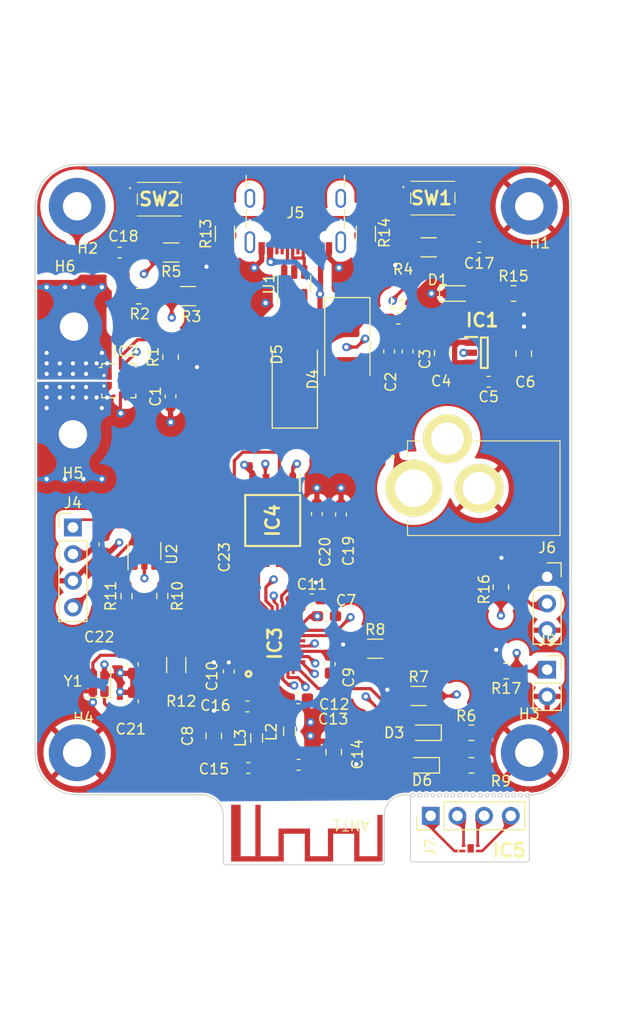
<source format=kicad_pcb>
(kicad_pcb (version 20221018) (generator pcbnew)
  (layers (0 "F.Cu" signal) (1 "In1.Cu" power) (2 "In2.Cu" power) (31 "B.Cu" signal) (34 "B.Paste" user) (35 "F.Paste" user) (36 "B.SilkS" user "B.Silkscreen") (37 "F.SilkS" user "F.Silkscreen") (38 "B.Mask" user) (39 "F.Mask" user) (44 "Edge.Cuts" user))
  (net 0 "")
  (net 1 "+3.3V")
  (net 2 "Net-(IC1-EN)")
  (net 3 "Net-(ANT1-Pad1)")
  (net 4 "Net-(IC1-ADJ{slash}BYP)")
  (net 5 "Net-(IC3-LNA_IN)")
  (net 6 "Net-(IC3-VDD_SPI)")
  (net 7 "Reg Neg")
  (net 8 "3V3 RF")
  (net 9 "CurMeas")
  (net 10 "Reg Pos")
  (net 11 "Net-(IC3-XTAL_N)")
  (net 12 "VBUS")
  (net 13 "CHIPEN")
  (net 14 "VoltMeas")
  (net 15 "5vUSB")
  (net 16 "Net-(D4-A)")
  (net 17 "Net-(D3-K)")
  (net 18 "LED A")
  (net 19 "Net-(D6-K)")
  (net 20 "LED B")
  (net 21 "Net-(IC2-~{FAULT})")
  (net 24 "USBD-")
  (net 25 "USBD+")
  (net 28 "Net-(IC3-XTAL_P)")
  (net 29 "Net-(IC3-U0TXD)")
  (net 30 "Net-(IC3-U0RXD)")
  (net 31 "Net-(IC3-SPIQ)")
  (net 32 "Net-(IC3-SPID)")
  (net 33 "Net-(IC3-SPICLK)")
  (net 34 "Net-(IC3-SPICS0)")
  (net 35 "Net-(IC3-SPIWP)")
  (net 36 "Net-(IC3-SPIHD)")
  (net 37 "Net-(IC3-GPIO8)")
  (net 39 "UnregNeg(furthest from bat term)")
  (net 40 "Net-(D1-A)")
  (net 41 "Net-(IC3-MTDI)")
  (net 42 "Net-(IC3-GPIO2)")
  (net 45 "Net-(J5-CC1)")
  (net 46 "Net-(J5-CC2)")
  (net 47 "Net-(J5-D--PadA7)")
  (net 48 "UnregPos")
  (net 49 "UARTRX")
  (net 50 "UARTTX")
  (net 51 "Net-(J5-D+-PadA6)")
  (net 52 "Net-(J4-Pin_1)")
  (net 53 "Net-(J4-Pin_4)")
  (net 54 "Net-(C21-Pad1)")
  (net 58 "Net-(IC3-MTMS)")
  (net 60 "Net-(IC5-OUTPUT_1_(NORTH_-POLE)")
  (net 61 "Net-(IC5-OUTPUT_2_(SOUTH-_POLE))")
  (net 62 "Net-(IC5-GND)")
  (net 63 "Net-(IC5-VDD)")
  (footprint "Connector_PinSocket_2.54mm:PinSocket_1x03_P2.54mm_Vertical" (layer "F.Cu") (at 157.1 96.06)
    (fp_text reference "J6")
    (fp_text value "Screw_Terminal_01x03")
  )
  (footprint "MountingHole:MountingHole_2.7mm_M2.5_Pad" (layer "F.Cu") (at 155.4 60.8)
    (fp_text reference "H1")
    (fp_text value "MountingHole_Pad")
  )
  (footprint "Capacitor_SMD:C_0603_1608Metric_Pad1.08x0.95mm_HandSolder" (layer "F.Cu") (at 142.075 74.6125 -90)
    (fp_text reference "C2")
    (fp_text value "100n")
  )
  (footprint "Resistor_SMD:R_1206_3216Metric_Pad1.30x1.75mm_HandSolder" (layer "F.Cu") (at 121.35 65.2 180)
    (fp_text reference "R5")
    (fp_text value "5k1")
  )
  (footprint "Connector_USB:USB_C_Receptacle_GCT_USB4105-xx-A_16P_TopMnt_Horizontal" (layer "F.Cu") (at 133.15 61.12 180)
    (fp_text reference "J5")
    (fp_text value "USB_C_Receptacle_USB2.0")
  )
  (footprint "Capacitor_SMD:C_0603_1608Metric_Pad1.08x0.95mm_HandSolder" (layer "F.Cu") (at 128.5875 108.4 180)
    (fp_text reference "C16")
    (fp_text value "3p3")
  )
  (footprint "Capacitor_SMD:C_0603_1608Metric_Pad1.08x0.95mm_HandSolder" (layer "F.Cu") (at 117.7 104.3875 -90)
    (fp_text reference "C22")
    (fp_text value "10p")
  )
  (footprint "Package_TO_SOT_SMD:SOT-23-6" (layer "F.Cu") (at 133.05 68.1875 90)
    (fp_text reference "U1")
    (fp_text value "USBLC6-2SC6")
  )
  (footprint "Capacitor_SMD:C_0603_1608Metric_Pad1.08x0.95mm_HandSolder" (layer "F.Cu") (at 135.2 90.0625 90)
    (fp_text reference "C20")
    (fp_text value "10u")
  )
  (footprint "ESP32-C3FN4:QFN50P500X500X90-33N-D" (layer "F.Cu") (at 131.2 102.4 90)
    (fp_text reference "IC3")
    (fp_text value "ESP32-C3FH4" hide)
  )
  (footprint "MountingHole:MountingHole_2.7mm_M2.5_Pad" (layer "F.Cu") (at 155.4 112.8)
    (fp_text reference "H3")
    (fp_text value "MountingHole_Pad")
  )
  (footprint "Diode_SMD:D_SMB_Handsoldering" (layer "F.Cu") (at 138.1 74.2 -90)
    (fp_text reference "D4")
    (fp_text value "D")
  )
  (footprint "KLDX-0202-A:KLDX0202A" (layer "F.Cu") (at 144.422 87.63 180)
    (fp_text reference "J2" hide)
    (fp_text value "DC Connecter" hide)
  )
  (footprint "Connector_PinHeader_2.54mm:PinHeader_1x04_P2.54mm_Vertical" (layer "F.Cu") (at 146.025 118.8 90)
    (fp_text reference "J7")
    (fp_text value "Conn_01x04_Pin")
  )
  (footprint "AH1390-HK4-7:AH1390HK47" (layer "F.Cu") (at 149.825 121.9 90)
    (fp_text reference "IC5")
    (fp_text value "AH1390-HK4-7" hide)
  )
  (footprint "Capacitor_SMD:C_0805_2012Metric_Pad1.18x1.45mm_HandSolder" (layer "F.Cu") (at 147.125 74.775 -90)
    (fp_text reference "C4")
    (fp_text value "10u")
  )
  (footprint "Resistor_SMD:R_0805_2012Metric_Pad1.20x1.40mm_HandSolder" (layer "F.Cu") (at 152.7 97.05 -90)
    (fp_text reference "R16")
    (fp_text value "1k")
  )
  (footprint "Capacitor_SMD:C_0603_1608Metric_Pad1.08x0.95mm_HandSolder" (layer "F.Cu") (at 136.113733 99.806233)
    (fp_text reference "C7")
    (fp_text value "100nF")
  )
  (footprint "Capacitor_SMD:C_0603_1608Metric_Pad1.08x0.95mm_HandSolder" (layer "F.Cu") (at 151.5375 77.5 180)
    (fp_text reference "C5")
    (fp_text value "100n")
  )
  (footprint "Resistor_SMD:R_1206_3216Metric_Pad1.30x1.75mm_HandSolder" (layer "F.Cu") (at 122.95 69.35)
    (fp_text reference "R3")
    (fp_text value "5.1k")
  )
  (footprint "Resistor_SMD:R_1206_3216Metric_Pad1.30x1.75mm_HandSolder" (layer "F.Cu") (at 140.75 102.9)
    (fp_text reference "R8")
    (fp_text value "5k1")
  )
  (footprint "Inductor_SMD:L_0603_1608Metric_Pad1.05x0.95mm_HandSolder" (layer "F.Cu") (at 142.95 71.5)
    (fp_text reference "L1")
    (fp_text value "2n2")
  )
  (footprint "Resistor_SMD:R_0805_2012Metric_Pad1.20x1.40mm_HandSolder" (layer "F.Cu") (at 121.285 75.15 90)
    (fp_text reference "R1")
    (fp_text value "1kR")
  )
  (footprint "Resistor_SMD:R_1206_3216Metric_Pad1.30x1.75mm_HandSolder" (layer "F.Cu") (at 139.86 63.425 -90)
    (fp_text reference "R14")
    (fp_text value "5k1")
  )
  (footprint "Capacitor_SMD:C_0603_1608Metric_Pad1.08x0.95mm_HandSolder" (layer "F.Cu") (at 133.4375 107.625)
    (fp_text reference "C12")
    (fp_text value "100n")
  )
  (footprint "Capacitor_SMD:C_0603_1608Metric_Pad1.08x0.95mm_HandSolder" (layer "F.Cu") (at 128.675616 114.25 180)
    (fp_text reference "C15")
    (fp_text value "3p3")
  )
  (footprint "LED_SMD:LED_0603_1608Metric_Pad1.05x0.95mm_HandSolder" (layer "F.Cu") (at 145.2 114 180)
    (fp_text reference "D6")
    (fp_text value "LED B")
  )
  (footprint "Resistor_SMD:R_0805_2012Metric_Pad1.20x1.40mm_HandSolder" (layer "F.Cu") (at 149.9 114 180)
    (fp_text reference "R9")
    (fp_text value "1k")
  )
  (footprint "Resistor_SMD:R_0603_1608Metric_Pad0.98x0.95mm_HandSolder" (layer "F.Cu") (at 117.1 97.9025 -90)
    (fp_text reference "R11")
    (fp_text value "470R")
  )
  (footprint "SKRPANE010:SKRPADE010" (layer "F.Cu") (at 146.1 60.025)
    (fp_text reference "SW1")
    (fp_text value "SW_DPST_x2" hide)
  )
  (footprint "MountingHole:MountingHole_2.7mm_M2.5_Pad" (layer "F.Cu") (at 112 82.5 180)
    (fp_text reference "H5")
    (fp_text value "MountingHole_Pad")
  )
  (footprint "Resistor_SMD:R_1206_3216Metric_Pad1.30x1.75mm_HandSolder" (layer "F.Cu") (at 144.881 107.4)
    (fp_text reference "R7")
    (fp_text value "5k1")
  )
  (footprint "Capacitor_SMD:C_0603_1608Metric_Pad1.08x0.95mm_HandSolder" (layer "F.Cu") (at 134.726233 98.206233)
    (fp_text reference "C11")
    (fp_text value "100n")
  )
  (footprint "LED_SMD:LED_0603_1608Metric_Pad1.05x0.95mm_HandSolder" (layer "F.Cu") (at 148.525 69.1)
    (fp_text reference "D1")
    (fp_text value "LED A")
  )
  (footprint "Resistor_SMD:R_0805_2012Metric_Pad1.20x1.40mm_HandSolder" (layer "F.Cu") (at 153.9 69.1)
    (fp_text reference "R15")
    (fp_text value "1k")
  )
  (footprint "SKRPANE010:SKRPADE010" (layer "F.Cu") (at 120.1 60.125)
    (fp_text reference "SW2")
    (fp_text value "SW_DPST_x2" hide)
  )
  (footprint "Resistor_SMD:R_1206_3216Metric_Pad1.30x1.75mm_HandSolder" (layer "F.Cu") (at 126.46 63.425 90)
    (fp_text reference "R13")
    (fp_text value "5k1")
  )
  (footprint "Resistor_SMD:R_0805_2012Metric_Pad1.20x1.40mm_HandSolder" (layer "F.Cu") (at 118.25 69.35)
    (fp_text reference "R2")
    (fp_text value "100k")
  )
  (footprint "Capacitor_SMD:C_0603_1608Metric_Pad1.08x0.95mm_HandSolder" (layer "F.Cu") (at 143.825 74.6125 -90)
    (fp_text reference "C3")
    (fp_text value "100n")
  )
  (footprint "MountingHole:MountingHole_2.7mm_M2.5_Pad" (layer "F.Cu") (at 112.4 112.8)
    (fp_text reference "H4")
    (fp_text value "MountingHole_Pad")
  )
  (footprint "Capacitor_SMD:C_0603_1608Metric_Pad1.08x0.95mm_HandSolder" (layer "F.Cu") (at 121.285 78.9 90)
    (fp_text reference "C1")
    (fp_text value "0.1 uF")
  )
  (footprint "Resistor_SMD:R_1206_3216Metric_Pad1.30x1.75mm_HandSolder" (layer "F.Cu") (at 145.83125 64.70625)
    (fp_text reference "R4")
    (fp_text value "5k1")
  )
  (footprint "SPX3819M5-L-3-3:SOT95P280X145-5N" (layer "F.Cu") (at 151.125 74.7375)
    (fp_text reference "IC1")
    (fp_text value "SPX3819M5-L-3-3" hide)
  )
  (footprint "Library:antenna" (layer "F.Cu") (at 135.55 115.4 180)
    (fp_text reference "ANT1")
    (fp_text value "~")
  )
  (footprint "Sensor_Current:Allegro_QFN-12-10-1EP_3x3mm_P0.5mm" (layer "F.Cu") (at 116.285 77.4)
    (fp_text reference "IC2")
    (fp_text value "ACS711EEXTK-31AB-T")
  )
  (footprint "Capacitor_SMD:C_0603_1608Metric_Pad1.08x0.95mm_HandSolder" (layer "F.Cu") (at 115 92.9625 -90)
    (fp_text reference "C23")
    (fp_text value "100n	")
  )
  (footprint "W25Q128JVSIQ:SOIC127P790X216-8N" (layer "F.Cu") (at 131 90.7 -90)
    (fp_text reference "IC4")
    (fp_text value "W25Q128JVSIQ" hide)
  )
  (footprint "Diode_SMD:D_SMB_Handsoldering" (layer "F.Cu") (at 133.1 77.2 90)
    (fp_text reference "D5")
    (fp_text value "D")
  )
  (footprint "Capacitor_SMD:C_0805_2012Metric_Pad1.18x1.45mm_HandSolder" (layer "F.Cu") (at 136.8 112.7375 90)
    (fp_text reference "C14")
    (fp_text value "10u")
  )
  (footprint "Resistor_SMD:R_1206_3216Metric_Pad1.30x1.75mm_HandSolder" (layer "F.Cu") (at 121.826233 104.456233 90)
    (fp_text reference "R12")
    (fp_text value "22R")
  )
  (footprint "Resistor_SMD:R_0603_1608Metric_Pad0.98x0.95mm_HandSolder" (layer "F.Cu") (at 120.5 97.89 -90)
    (fp_text reference "R10")
    (fp_text value "470R")
  )
  (footprint "Capacitor_SMD:C_0805_2012Metric_Pad1.18x1.45mm_HandSolder" (layer "F.Cu") (at 125.4 111.2 -90)
    (fp_text reference "C8")
    (fp_text value "10u")
  )
  (footprint "Crystal:Crystal_SMD_2016-4Pin_2.0x1.6mm" (layer "F.Cu") (at 114.45 106.2 90)
    (fp_text reference "Y1")
    (fp_text value "40MHZ")
  )
  (footprint "Inductor_SMD:L_0805_2012Metric_Pad1.05x1.20mm_HandSolder" (layer "F.Cu") (at 129.475616 111.4 90)
    (fp_text reference "L3")
    (fp_text value "2n2")
  )
  (footprint "Inductor_SMD:L_0805_2012Metric_Pad1.05x1.20mm_HandSolder" (layer "F.Cu") (at 132.600616 110.775 -90)
    (fp_text reference "L2")
    (fp_text value "2n2")
  )
  (footprint "Capacitor_SMD:C_0603_1608Metric_Pad1.08x0.95mm_HandSolder" (layer "F.Cu") (at 126.826233 105.068733 -90)
    (fp_text reference "C10")
    (fp_text value "100n")
  )
  (footprint "Capacitor_SMD:C_0603_1608Metric_Pad1.08x0.95mm_HandSolder" (layer "F.Cu") (at 133.4625 113.95)
    (fp_text reference "C13")
    (fp_text value "100n")
  )
  (footprint "Capacitor_SMD:C_0603_1608Metric_Pad1.08x0.95mm_HandSolder" (layer "F.Cu") (at 137.5 90.1375 90)
    (fp_text reference "C19")
    (fp_text value "100n")
  )
  (footprint "Resistor_SMD:R_0805_2012Metric_Pad1.20x1.40mm_HandSolder" (layer "F.Cu") (at 149.9 110.9 180)
    (fp_text reference "R6")
    (fp_text value "1k")
  )
  (footprint "Capacitor_SMD:C_0603_1608Metric_Pad1.08x0.95mm_HandSolder" (layer "F.Cu") (at 150.63125 64.70625)
    (fp_text reference "C17")
    (fp_text value "100n	")
  )
  (footprint "Capacitor_SMD:C_0603_1608Metric_Pad1.08x0.95mm_HandSolder" (layer "F.Cu") (at 116.4375 65.2 180)
    (fp_text reference "C18")
    (fp_text value "100n	")
  )
  (footprint "LED_SMD:LED_0603_1608Metric_Pad1.05x0.95mm_HandSolder" (layer "F.Cu") (at 145.375 110.9 180)
    (fp_text reference "D3")
    (fp_text value "LED A")
  )
  (footprint "Connector_PinHeader_2.54mm:PinHeader_1x04_P2.54mm_Vertical" (layer "F.Cu") (at 112 91.36)
    (fp_text reference "J4")
    (fp_text value "Conn_01x04_Pin")
  )
  (footprint "Resistor_SMD:R_0805_2012Metric_Pad1.20x1.40mm_HandSolder" (layer "F.Cu") (at 153.2 105.029 180)
    (fp_text reference "R17")
    (fp_text value "1k")
  )
  (footprint "MountingHole:MountingHole_2.7mm_M2.5_Pad" (layer "F.Cu") (at 112.1 72.25 180)
    (fp_text reference "H6")
    (fp_text value "MountingHole_Pad")
  )
  (footprint "Package_TO_SOT_SMD:SOT-23-6" (layer "F.Cu") (at 118.8 93.59 90)
    (fp_text reference "U2")
    (fp_text value "USBLC6-2SC6")
  )
  (footprint "MountingHole:MountingHole_2.7mm_M2.5_Pad" (layer "F.Cu") (at 112.4 60.8)
    (fp_text reference "H2")
    (fp_text value "MountingHole_Pad")
  )
  (footprint "Capacitor_SMD:C_0603_1608Metric_Pad1.08x0.95mm_HandSolder" (layer "F.Cu") (at 136.426233 104.368733 -90)
    (fp_text reference "C9")
    (fp_text value "100n")
  )
  (footprint "Capacitor_SMD:C_0603_1608Metric_Pad1.08x0.95mm_HandSolder" (layer "F.Cu") (at 117.7 107.9125 90)
    (fp_text reference "C21")
    (fp_text value "10p")
  )
  (footprint "Capacitor_SMD:C_0805_2012Metric_Pad1.18x1.45mm_HandSolder" (layer "F.Cu") (at 154.875 74.825 -90)
    (fp_text reference "C6")
    (fp_text value "10u")
  )
  (footprint "Connector_PinSocket_2.54mm:PinSocket_1x02_P2.54mm_Vertical" (layer "F.Cu") (at 157.1 104.9)
    (fp_text reference "J9")
    (fp_text value "Battery Neg(Series)")
  )
  (gr_line (start 108.4 112.8) (end 108.4 60.8) (stroke (width 0.1)) (layer "Edge.Cuts"))
  (gr_line (start 155.4 56.8) (end 112.4 56.8) (stroke (width 0.1)) (layer "Edge.Cuts"))
  (gr_line (start 127.4 123.45) (end 126.5 123.45) (stroke (width 0.1)) (layer "Edge.Cuts"))
  (gr_circle (center 144.97 116.84) (end 144.78 116.84) (stroke (width 0.1)) (fill none) (layer "Edge.Cuts"))
  (gr_circle (center 149.415 116.84) (end 149.225 116.84) (stroke (width 0.1)) (fill none) (layer "Edge.Cuts"))
  (gr_line (start 141.4 123.45) (end 127.4 123.45) (stroke (width 0.1)) (layer "Edge.Cuts"))
  (gr_line (start 144.3 123.2) (end 155.2 123.2) (stroke (width 0.1)) (layer "Edge.Cuts"))
  (gr_circle (center 150.05 116.84) (end 149.86 116.84) (stroke (width 0.1)) (fill none) (layer "Edge.Cuts"))
  (gr_circle (center 154.559 116.84) (end 154.369 116.84) (stroke (width 0.1)) (fill none) (layer "Edge.Cuts"))
  (gr_arc (start 126.5 123.45) (mid 126.358579 123.391421) (end 126.3 123.25) (stroke (width 0.1)) (layer "Edge.Cuts"))
  (gr_line (start 112.4 116.8) (end 124.3 116.8) (stroke (width 0.1)) (layer "Edge.Cuts"))
  (gr_circle (center 153.924 116.84) (end 153.734 116.84) (stroke (width 0.1)) (fill none) (layer "Edge.Cuts"))
  (gr_circle (center 150.749 116.84) (end 150.559 116.84) (stroke (width 0.1)) (fill none) (layer "Edge.Cuts"))
  (gr_circle (center 144.335 116.84) (end 144.145 116.84) (stroke (width 0.1)) (fill none) (layer "Edge.Cuts"))
  (gr_arc (start 124.3 116.8) (mid 125.714214 117.385786) (end 126.3 118.8) (stroke (width 0.1)) (layer "Edge.Cuts"))
  (gr_arc (start 159.4 112.8) (mid 158.228427 115.628427) (end 155.4 116.8) (stroke (width 0.1)) (layer "Edge.Cuts"))
  (gr_line (start 144.1 116.8) (end 144.1 123) (stroke (width 0.1)) (layer "Edge.Cuts"))
  (gr_arc (start 141.6 118.8) (mid 142.185786 117.385786) (end 143.6 116.8) (stroke (width 0.1)) (layer "Edge.Cuts"))
  (gr_circle (center 146.875 116.84) (end 146.685 116.84) (stroke (width 0.1)) (fill none) (layer "Edge.Cuts"))
  (gr_circle (center 146.24 116.84) (end 146.05 116.84) (stroke (width 0.1)) (fill none) (layer "Edge.Cuts"))
  (gr_arc (start 155.4 56.8) (mid 158.228427 57.971573) (end 159.4 60.8) (stroke (width 0.1)) (layer "Edge.Cuts"))
  (gr_arc (start 108.4 60.8) (mid 109.571573 57.971573) (end 112.4 56.8) (stroke (width 0.1)) (layer "Edge.Cuts"))
  (gr_line (start 159.4 112.8) (end 159.4 60.8) (stroke (width 0.1)) (layer "Edge.Cuts"))
  (gr_arc (start 141.6 123.25) (mid 141.541421 123.391421) (end 141.4 123.45) (stroke (width 0.1)) (layer "Edge.Cuts"))
  (gr_line (start 155.4 116.8) (end 155.4 123) (stroke (width 0.1)) (layer "Edge.Cuts"))
  (gr_arc (start 155.4 123) (mid 155.341421 123.141421) (end 155.2 123.2) (stroke (width 0.1)) (layer "Edge.Cuts"))
  (gr_circle (center 148.145 116.84) (end 147.955 116.84) (stroke (width 0.1)) (fill none) (layer "Edge.Cuts"))
  (gr_arc (start 144.3 123.2) (mid 144.158579 123.141421) (end 144.1 123) (stroke (width 0.1)) (layer "Edge.Cuts"))
  (gr_circle (center 148.78 116.84) (end 148.59 116.84) (stroke (width 0.1)) (fill none) (layer "Edge.Cuts"))
  (gr_circle (center 155.194 116.84) (end 155.004 116.84) (stroke (width 0.1)) (fill none) (layer "Edge.Cuts"))
  (gr_circle (center 145.605 116.84) (end 145.415 116.84) (stroke (width 0.1)) (fill none) (layer "Edge.Cuts"))
  (gr_line (start 141.6 118.8) (end 141.6 123.25) (stroke (width 0.1)) (layer "Edge.Cuts"))
  (gr_line (start 144.1 116.8) (end 143.6 116.8) (stroke (width 0.1)) (layer "Edge.Cuts"))
  (gr_line (start 126.3 123.25) (end 126.3 122.35) (stroke (width 0.1)) (layer "Edge.Cuts"))
  (gr_circle (center 152.654 116.84) (end 152.464 116.84) (stroke (width 0.1)) (fill none) (layer "Edge.Cuts"))
  (gr_circle (center 151.384 116.84) (end 151.194 116.84) (stroke (width 0.1)) (fill none) (layer "Edge.Cuts"))
  (gr_circle (center 153.289 116.84) (end 153.099 116.84) (stroke (width 0.1)) (fill none) (layer "Edge.Cuts"))
  (gr_circle (center 147.51 116.84) (end 147.32 116.84) (stroke (width 0.1)) (fill none) (layer "Edge.Cuts"))
  (gr_arc (start 112.4 116.8) (mid 109.571573 115.628427) (end 108.4 112.8) (stroke (width 0.1)) (layer "Edge.Cuts"))
  (gr_circle (center 152.019 116.84) (end 151.829 116.84) (stroke (width 0.1)) (fill none) (layer "Edge.Cuts"))
  (gr_line (start 126.3 118.8) (end 126.3 122.35) (stroke (width 0.1)) (layer "Edge.Cuts"))
  (segment (start 125.4 110.1625) (end 125.4 108.8) (width 0.5) (layer "F.Cu") (net 1))
  (segment (start 128.7 103.65) (end 128.182466 103.65) (width 0.3) (layer "F.Cu") (net 1))
  (segment (start 133.863733 97.836267) (end 135.1 96.6) (width 0.5) (layer "F.Cu") (net 1))
  (segment (start 152.71 96.06) (end 152.7 96.05) (width 0.5) (layer "F.Cu") (net 1))
  (segment (start 139.039116 102.9) (end 138.432883 103.506233) (width 0.3) (layer "F.Cu") (net 1))
  (segment (start 144.28125 64.76875) (end 142.65 66.4) (width 0.5) (layer "F.Cu") (net 1))
  (segment (start 132.600616 113.724384) (end 132.6 113.725) (width 0.5) (layer "F.Cu") (net 1))
  (segment (start 138.1 102.9) (end 137.7 102.5) (width 0.3) (layer "F.Cu") (net 1))
  (segment (start 123.35 65.2) (end 124.7 66.55) (width 0.5) (layer "F.Cu") (net 1))
  (segment (start 120.635 73.5) (end 121.285 74.15) (width 0.3) (layer "F.Cu") (net 1))
  (segment (start 123.2225 76.1) (end 121.285 78.0375) (width 0.5) (layer "F.Cu") (net 1))
  (segment (start 142.5 107.4) (end 141.9 106.8) (width 0.5) (layer "F.Cu") (net 1))
  (segment (start 123.8 76.1) (end 123.235 76.1) (width 0.5) (layer "F.Cu") (net 1))
  (segment (start 125.4 104.2) (end 126.82 104.2) (width 0.5) (layer "F.Cu") (net 1))
  (segment (start 133.863733 99.086267) (end 133.05 99.9) (width 0.5) (layer "F.Cu") (net 1))
  (segment (start 152.7 96.05) (end 152.7 94.3) (width 0.5) (layer "F.Cu") (net 1))
  (segment (start 152.2 105.029) (end 152.2 103.0505) (width 0.5) (layer "F.Cu") (net 1))
  (segment (start 126.82 104.2) (end 126.826233 104.206233) (width 0.5) (layer "F.Cu") (net 1))
  (segment (start 136.07 103.15) (end 133.7 103.15) (width 0.3) (layer "F.Cu") (net 1))
  (segment (start 116.515 75.95) (end 116.515 75.124339) (width 0.3) (layer "F.Cu") (net 1))
  (segment (start 154.7875 73.7875) (end 154.875 73.7) (width 0.5) (layer "F.Cu") (net 1))
  (segment (start 139.2 102.9) (end 138.1 102.9) (width 0.3) (layer "F.Cu") (net 1))
  (segment (start 127.926233 103.906233) (end 127.126233 103.906233) (width 0.3) (layer "F.Cu") (net 1))
  (segment (start 144.28125 64.70625) (end 144.28125 64.76875) (width 0.5) (layer "F.Cu") (net 1))
  (segment (start 132.6 113.95) (end 132.6 114.7) (width 0.5) (layer "F.Cu") (net 1))
  (segment (start 132.600616 111.925) (end 132.600616 113.724384) (width 0.5) (layer "F.Cu") (net 1))
  (segment (start 132.9 115) (end 135.575 115) (width 0.5) (layer "F.Cu") (net 1))
  (segment (start 127.126233 103.906233) (end 126.826233 104.206233) (width 0.3) (layer "F.Cu") (net 1))
  (segment (start 127.926233 103.906233) (end 128.17 104.15) (width 0.3) (layer "F.Cu") (net 1))
  (segment (start 138.95 113.9) (end 136.925 113.9) (width 0.5) (layer "F.Cu") (net 1))
  (segment (start 139.2 102.9) (end 139.039116 102.9) (width 0.3) (layer "F.Cu") (net 1))
  (segment (start 154.9 69.1) (end 154.9 73.7625) (width 0.5) (layer "F.Cu") (net 1))
  (segment (start 152.2 103.0505) (end 152.25 103.0005) (width 0.5) (layer "F.Cu") (net 1))
  (segment (start 116.515 75.124339) (end 118.139339 73.5) (width 0.3) (layer "F.Cu") (net 1))
  (segment (start 118.139339 73.5) (end 120.635 73.5) (width 0.3) (layer "F.Cu") (net 1))
  (segment (start 132.6 114.7) (end 132.9 115) (width 0.5) (layer "F.Cu") (net 1))
  (segment (start 136.925 113.9) (end 136.8 113.775) (width 0.5) (layer "F.Cu") (net 1))
  (segment (start 135.575 115) (end 136.8 113.775) (width 0.5) (layer "F.Cu") (net 1))
  (segment (start 136.426233 103.506233) (end 136.07 103.15) (width 0.3) (layer "F.Cu") (net 1))
  (segment (start 152.7 94.3) (end 152.75 94.25) (width 0.5) (layer "F.Cu") (net 1))
  (segment (start 154.9 73.7625) (end 154.875 73.7875) (width 0.5) (layer "F.Cu") (net 1))
  (segment (start 122.9 65.2) (end 123.35 65.2) (width 0.5) (layer "F.Cu") (net 1))
  (segment (start 128.182466 103.65) (end 127.926233 103.906233) (width 0.3) (layer "F.Cu") (net 1))
  (segment (start 133.863733 98.206233) (end 133.863733 97.836267) (width 0.5) (layer "F.Cu") (net 1))
  (segment (start 123.8 76.1) (end 123.2225 76.1) (width 0.5) (layer "F.Cu") (net 1))
  (segment (start 133.863733 98.206233) (end 133.863733 99.086267) (width 0.5) (layer "F.Cu") (net 1))
  (segment (start 143.331 107.4) (end 142.5 107.4) (width 0.5) (layer "F.Cu") (net 1))
  (segment (start 128.17 104.15) (end 128.7 104.15) (width 0.3) (layer "F.Cu") (net 1))
  (segment (start 157.1 96.06) (end 152.71 96.06) (width 0.5) (layer "F.Cu") (net 1))
  (segment (start 123.235 76.1) (end 121.285 74.15) (width 0.5) (layer "F.Cu") (net 1))
  (segment (start 152.375 73.7875) (end 154.7875 73.7875) (width 0.5) (layer "F.Cu") (net 1))
  (segment (start 132.600616 113.688116) (end 132.6375 113.725) (width 0.25) (layer "F.Cu") (net 1))
  (segment (start 138.432883 103.506233) (end 136.426233 103.506233) (width 0.3) (layer "F.Cu") (net 1))
  (via (at 125.4 108.8) (size 0.8) (drill 0.4) (layers "F.Cu" "B.Cu") (net 1))
  (via (at 126.826233 104.206233) (size 0.8) (drill 0.4) (layers "F.Cu" "B.Cu") (net 1))
  (via (at 154.9 71.1) (size 0.8) (drill 0.4) (layers "F.Cu" "B.Cu") (net 1))
  (via (at 138.95 113.9) (size 0.8) (drill 0.4) (layers "F.Cu" "B.Cu") (net 1))
  (via (at 152.75 94.25) (size 0.8) (drill 0.4) (layers "F.Cu" "B.Cu") (net 1))
  (via (at 142.65 66.4) (size 0.8) (drill 0.4) (layers "F.Cu" "B.Cu") (net 1))
  (via (at 123.8 76.1) (size 0.8) (drill 0.4) (layers "F.Cu" "B.Cu") (net 1))
  (via (at 125.4 104.2) (size 0.8) (drill 0.4) (layers "F.Cu" "B.Cu") (net 1))
  (via (at 137.7 102.5) (size 0.8) (drill 0.4) (layers "F.Cu" "B.Cu") (net 1))
  (via (at 152.25 103.0005) (size 0.8) (drill 0.4) (layers "F.Cu" "B.Cu") (net 1))
  (via (at 135.1 96.6) (size 0.8) (drill 0.4) (layers "F.Cu" "B.Cu") (net 1))
  (via (at 154.9 72.25) (size 0.8) (drill 0.4) (layers "F.Cu" "B.Cu") (net 1))
  (via (at 124.7 66.55) (size 0.8) (drill 0.4) (layers "F.Cu" "B.Cu") (net 1))
  (via (at 141.9 106.8) (size 0.8) (drill 0.4) (layers "F.Cu" "B.Cu") (net 1))
  (segment (start 151.65 93.85) (end 153.85 91.65) (width 0.5) (layer "B.Cu") (net 1))
  (segment (start 144.25 69.85) (end 144.25 68) (width 0.5) (layer "B.Cu") (net 1))
  (segment (start 137.5 112.45) (end 138.95 113.9) (width 0.5) (layer "B.Cu") (net 1))
  (segment (start 154.75 72.4) (end 154.75 92.25) (width 0.5) (layer "B.Cu") (net 1))
  (segment (start 124.7 66.55) (end 129.7 71.55) (width 0.5) (layer "B.Cu") (net 1))
  (segment (start 145.95 71.55) (end 144.25 69.85) (width 0.5) (layer "B.Cu") (net 1))
  (segment (start 125.4 106.5) (end 131.35 112.45) (width 0.5) (layer "B.Cu") (net 1))
  (segment (start 154.45 71.55) (end 145.95 71.55) (width 0.5) (layer "B.Cu") (net 1))
  (segment (start 151.65 98.05) (end 151.65 93.85) (width 0.5) (layer "B.Cu") (net 1))
  (segment (start 154.9 71.55) (end 150.35 76.1) (width 0.5) (layer "B.Cu") (net 1))
  (segment (start 150.45 99.25) (end 151.65 98.05) (width 0.5) (layer "B.Cu") (net 1))
  (segment (start 154.9 72.25) (end 154.75 72.4) (width 0.5) (layer "B.Cu") (net 1))
  (segment (start 131.35 112.45) (end 137.5 112.45) (width 0.5) (layer "B.Cu") (net 1))
  (segment (start 135.1 96.6) (end 147.6 96.6) (width 0.5) (layer "B.Cu") (net 1))
  (segment (start 150.35 76.1) (end 123.8 76.1) (width 0.5) (layer "B.Cu") (net 1))
  (segment (start 125.4 106.5) (end 125.4 104.2) (width 0.5) (layer "B.Cu") (net 1))
  (segment (start 141.9 106.8) (end 151.1 97.6) (width 0.5) (layer "B.Cu") (net 1))
  (segment (start 154.9 71.1) (end 154.9 71.55) (width 0.5) (layer "B.Cu") (net 1))
  (segment (start 153.8 90.4) (end 154.7 90.4) (width 0.5) (layer "B.Cu") (net 1))
  (segment (start 154.9 71.1) (end 154.45 71.55) (width 0.5) (layer "B.Cu") (net 1))
  (segment (start 153.85 91.65) (end 154.65 91.65) (width 0.5) (layer "B.Cu") (net 1))
  (segment (start 125.4 108.8) (end 125.4 106.5) (width 0.5) (layer "B.Cu") (net 1))
  (segment (start 129.7 71.55) (end 147.3 71.55) (width 0.5) (layer "B.Cu") (net 1))
  (segment (start 147.6 96.6) (end 153.8 90.4) (width 0.5) (layer "B.Cu") (net 1))
  (segment (start 150.45 101.2005) (end 150.45 99.25) (width 0.5) (layer "B.Cu") (net 1))
  (segment (start 152.25 103.0005) (end 150.45 101.2005) (width 0.5) (layer "B.Cu") (net 1))
  (segment (start 144.25 68) (end 142.65 66.4) (width 0.5) (layer "B.Cu") (net 1))
  (segment (start 151.1 97.6) (end 151.65 97.6) (width 0.5) (layer "B.Cu") (net 1))
  (segment (start 154.75 92.25) (end 152.75 94.25) (width 0.5) (layer "B.Cu") (net 1))
  (segment (start 147.125 73.7375) (end 148.675 73.7375) (width 0.5) (layer "F.Cu") (net 2))
  (segment (start 143.825 73.75) (end 143.825 71.5) (width 0.5) (layer "F.Cu") (net 2))
  (segment (start 143.825 73.75) (end 147.1125 73.75) (width 0.5) (layer "F.Cu") (net 2))
  (segment (start 148.675 73.7375) (end 149.825 73.7375) (width 0.5) (layer "F.Cu") (net 2))
  (segment (start 148.4375 75.6875) (end 148.3 75.55) (width 0.5) (layer "F.Cu") (net 2))
  (segment (start 148.3 74.1125) (end 148.675 73.7375) (width 0.5) (layer "F.Cu") (net 2))
  (segment (start 148.3 75.55) (end 148.3 74.1125) (width 0.5) (layer "F.Cu") (net 2))
  (segment (start 147.1125 73.75) (end 147.125 73.7375) (width 0.5) (layer "F.Cu") (net 2))
  (segment (start 149.825 73.7375) (end 149.875 73.7875) (width 0.5) (layer "F.Cu") (net 2))
  (segment (start 149.875 75.6875) (end 148.4375 75.6875) (width 0.5) (layer "F.Cu") (net 2))
  (segment (start 152.4 75.7125) (end 152.375 75.6875) (width 0.5) (layer "F.Cu") (net 4))
  (segment (start 152.4 77.5) (end 152.4 75.7125) (width 0.5) (layer "F.Cu") (net 4))
  (segment (start 135.3 91) (end 135.2 91.1) (width 0.5) (layer "F.Cu") (net 6))
  (segment (start 133.318767 97.281233) (end 133.278961 97.281233) (width 0.5) (layer "F.Cu") (net 6))
  (segment (start 135.2 92.005) (end 132.905 94.3) (width 0.5) (layer "F.Cu") (net 6))
  (segment (start 133.4 94.795) (end 133.4 97.2) (width 0.5) (layer "F.Cu") (net 6))
  (segment (start 132.905 94.3) (end 133.4 94.795) (width 0.5) (layer "F.Cu") (net 6))
  (segment (start 132.876233 97.683961) (end 132.876233 97.723767) (width 0.5) (layer "F.Cu") (net 6))
  (segment (start 132.45 99.9) (end 132.45 98.15) (width 0.3) (layer "F.Cu") (net 6))
  (segment (start 133.278961 97.281233) (end 132.876233 97.683961) (width 0.5) (layer "F.Cu") (net 6))
  (segment (start 135.2 91.1) (end 135.2 92.005) (width 0.5) (layer "F.Cu") (net 6))
  (segment (start 137.5 91) (end 135.3 91) (width 0.5) (layer "F.Cu") (net 6))
  (segment (start 132.876233 97.723767) (end 132.45 98.15) (width 0.5) (layer "F.Cu") (net 6))
  (segment (start 133.4 97.2) (end 133.318767 97.281233) (width 0.5) (layer "F.Cu") (net 6))
  (segment (start 129.95 65.95) (end 129.25 66.65) (width 0.5) (layer "F.Cu") (net 7))
  (segment (start 136.35 64.8) (end 136.35 65.7) (width 0.5) (layer "F.Cu") (net 7))
  (segment (start 134.325 111.7) (end 134.325 111.2) (width 0.5) (layer "F.Cu") (net 7))
  (segment (start 121.285 79.7625) (end 121.285 81.335) (width 0.5) (layer "F.Cu") (net 7))
  (segment (start 116.55 107.05) (end 117.7 107.05) (width 0.5) (layer "F.Cu") (net 7))
  (segment (start 136.35 65.7) (end 137.3 66.65) (width 0.5) (layer "F.Cu") (net 7))
  (segment (start 149.875 74.7375) (end 149.162 74.7375) (width 0.5) (layer "F.Cu") (net 7))
  (segment (start 137.5 89.275) (end 137.5 87.55) (width 0.3) (layer "F.Cu") (net 7))
  (segment (start 115.375 93.825) (end 115 93.825) (width 0.5) (layer "F.Cu") (net 7))
  (segment (start 134.325 109.9) (end 134.325 107.65) (width 0.5) (layer "F.Cu") (net 7))
  (segment (start 147.65 69.1) (end 146.1 69.1) (width 0.5) (layer "F.Cu") (net 7))
  (segment (start 116.4 92.8) (end 115.375 93.825) (width 0.5) (layer "F.Cu") (net 7))
  (segment (start 134.325 111.2) (end 134.6 111.2) (width 0.5) (layer "F.Cu") (net 7))
  (segment (start 134.325 113.95) (end 134.325 111.7) (width 0.5) (layer "F.Cu") (net 7))
  (segment (start 132.965196 68.530393) (end 132.434803 68) (width 0.3) (layer "F.Cu") (net 7))
  (segment (start 129.095 86.195) (end 128.3 85.4) (width 0.5) (layer "F.Cu") (net 7))
  (segment (start 121.285 81.335) (end 121.3 81.35) (width 0.5) (layer "F.Cu") (net 7))
  (segment (start 115 105.5) (end 115 104.4) (width 0.5) (layer "F.Cu") (net 7))
  (segment (start 118.8 94.7275) (end 118.8 96.2) (width 0.3) (layer "F.Cu") (net 7))
  (segment (start 134.325 111.2) (end 134.325 109.9) (width 0.5) (layer "F.Cu") (net 7))
  (segment (start 114.615 93.825) (end 112 96.44) (width 0.5) (layer "F.Cu") (net 7))
  (segment (start 132.965196 69.2) (end 132.965196 68.530393) (width 0.3) (layer "F.Cu") (net 7))
  (segment (start 136.8 111.7) (end 135.1 111.7) (width 0.5) (layer "F.Cu") (net 7))
  (segment (start 131.265196 68) (end 130.315196 68.95) (width 0.3) (layer "F.Cu") (net 7))
  (segment (start 129.95 64.8) (end 129.95 65.95) (width 0.5) (layer "F.Cu") (net 7))
  (segment (start 130.315196 68.95) (end 130.315196 70) (width 0.3) (layer "F.Cu") (net 7))
  (segment (start 134.325 109.9) (end 134.6 109.9) (width 0.5) (layer "F.Cu") (net 7))
  (segment (start 149.162 74.7375) (end 149.1495 74.75) (width 0.5) (layer "F.Cu") (net 7))
  (segment (start 116.5 107) (end 116.55 107.05) (width 0.5) (layer "F.Cu") (net 7))
  (segment (start 116.515 80.4645) (end 116.515 78.85) (width 0.3) (layer "F.Cu") (net 7))
  (segment (start 117.7 105.25) (end 116.55 105.25) (width 0.5) (layer "F.Cu") (net 7))
  (segment (start 135.2 87.7495) (end 135.2 89.2) (width 0.3) (layer "F.Cu") (net 7))
  (segment (start 116.55 105.25) (end 116.5 105.2) (width 0.5) (layer "F.Cu") (net 7))
  (segment (start 113.9 106.9) (end 113.9 108) (width 0.5) (layer "F.Cu") (net 7))
  (segment (start 115 93.825) (end 114.615 93.825) (width 0.5) (layer "F.Cu") (net 7))
  (segment (start 116.5505 80.5) (end 116.515 80.4645) (width 0.3) (layer "F.Cu") (net 7))
  (segment (start 134.325 107.65) (end 134.3 107.625) (width 0.5) (layer "F.Cu") (net 7))
  (segment (start 132.434803 68) (end 131.265196 68) (width 0.3) (layer "F.Cu") (net 7))
  (segment (start 129.095 87.1) (end 129.095 86.195) (width 0.5) (layer "F.Cu") (net 7))
  (via (at 129.25 66.65) (size 0.8) (drill 0.4) (layers "F.Cu" "B.Cu") (net 7))
  (via (at 114.75 86.75) (size 0.8) (drill 0.4) (layers "F.Cu" "B.Cu") (net 7))
  (via (at 137.5 87.6) (size 0.8) (drill 0.4) (layers "F.Cu" "B.Cu") (net 7))
  (via (at 113 86.75) (size 0.8) (drill 0.4) (layers "F.Cu" "B.Cu") (net 7))
  (via (at 112 78) (size 0.8) (drill 0.4) (layers "F.Cu" "B.Cu") (net 7))
  (via (at 116.5 105.2) (size 0.8) (drill 0.4) (layers "F.Cu" "B.Cu") (net 7))
  (via (at 115.25 79) (size 0.8) (drill 0.4) (layers "F.Cu" "B.Cu") (net 7))
  (via (at 115 104.4) (size 0.8) (drill 0.4) (layers "F.Cu" "B.Cu") (net 7))
  (via (at 114.75 80) (size 0.8) (drill 0.4) (layers "F.Cu" "B.Cu") (net 7))
  (via (at 130.315196 70) (size 0.8) (drill 0.4) (layers "F.Cu" "B.Cu") (net 7))
  (via (at 110.75 78) (size 0.8) (drill 0.4) (layers "F.Cu" "B.Cu") (net 7))
  (via (at 116.5 107) (size 0.8) (drill 0.4) (layers "F.Cu" "B.Cu") (net 7))
  (via (at 109.5 78) (size 0.8) (drill 0.4) (layers "F.Cu" "B.Cu") (net 7))
  (via (at 110.75 79) (size 0.8) (drill 0.4) (layers "F.Cu" "B.Cu") (net 7))
  (via (at 109.5 86.75) (size 0.8) (drill 0.4) (layers "F.Cu" "B.Cu") (net 7))
  (via (at 137.3 66.65) (size 0.8) (drill 0.4) (layers "F.Cu" "B.Cu") (net 7))
  (via (at 116.5505 80.5) (size 0.8) (drill 0.4) (layers "F.Cu" "B.Cu") (net 7))
  (via (at 116.4 92.8) (size 0.8) (drill 0.4) (layers "F.Cu" "B.Cu") (net 7))
  (via (at 114.95 77.9) (size 0.7) (drill 0.3) (layers "F.Cu" "B.Cu") (net 7))
  (via (at 118.8 96.2) (size 0.8) (drill 0.4) (layers "F.Cu" "B.Cu") (net 7))
  (via (at 121.3 81.35) (size 0.8) (drill 0.4) (layers "F.Cu" "B.Cu") (net 7))
  (via (at 128.3 85.4) (size 0.8) (drill 0.4) (layers "F.Cu" "B.Cu") (net 7))
  (via (at 134.6 109.9) (size 0.8) (drill 0.4) (layers "F.Cu" "B.Cu") (net 7))
  (via (at 111.25 86.75) (size 0.8) (drill 0.4) (layers "F.Cu" "B.Cu") (net 7))
  (via (at 135.2 87.6) (size 0.8) (drill 0.4) (layers "F.Cu" "B.Cu") (net 7))
  (via (at 114.25 79) (size 0.8) (drill 0.4) (layers "F.Cu" "B.Cu") (net 7))
  (via (at 149.1495 74.75) (size 0.8) (drill 0.4) (layers "F.Cu" "B.Cu") (net 7))
  (via (at 109.5 79) (size 0.8) (drill 0.4) (layers "F.Cu" "B.Cu") (net 7))
  (via (at 146.1 69.1) (size 0.8) (drill 0.4) (layers "F.Cu" "B.Cu") (net 7))
  (via (at 113.9 108) (size 0.8) (drill 0.4) (layers "F.Cu" "B.Cu") (net 7))
  (via (at 112 79) (size 0.8) (drill 0.4) (layers "F.Cu" "B.Cu") (net 7))
  (via (at 113.25 78) (size 0.8) (drill 0.4) (layers "F.Cu" "B.Cu") (net 7))
  (via (at 109.5 80) (size 0.8) (drill 0.4) (layers "F.Cu" "B.Cu") (net 7))
  (via (at 134.6 111.2) (size 0.8) (drill 0.4) (layers "F.Cu" "B.Cu") (net 7))
  (via (at 113.25 79) (size 0.8) (drill 0.4) (layers "F.Cu" "B.Cu") (net 7))
  (segment (start 129.95 105) (end 131.15 106.2) (width 0.25) (layer "F.Cu") (net 8))
  (segment (start 132.575 107.625) (end 131.15 106.2) (width 0.5) (layer "F.Cu") (net 8))
  (segment (start 129.95 104.9) (end 129.95 105) (width 0.25) (layer "F.Cu") (net 8))
  (segment (start 129.95 104.9) (end 129.95 105.1) (width 0.25) (layer "F.Cu") (net 8))
  (segment (start 132.575 107.625) (end 132.575 109.599384) (width 0.5) (layer "F.Cu") (net 8))
  (segment (start 132.575 109.599384) (end 132.600616 109.625) (width 0.5) (layer "F.Cu") (net 8))
  (segment (start 130.45 105.5) (end 130.625 105.675) (width 0.25) (layer "F.Cu") (net 8))
  (segment (start 130.45 104.9) (end 130.45 105.5) (width 0.25) (layer "F.Cu") (net 8))
  (segment (start 147.38125 62.28125) (end 147.38125 64.70625) (width 0.3) (layer "F.Cu") (net 9))
  (segment (start 137.15 101.15) (end 133.7 101.15) (width 0.3) (layer "F.Cu") (net 9))
  (segment (start 139.8 73.4) (end 139 74.2) (width 0.3) (layer "F.Cu") (net 9))
  (segment (start 117.015 75.685) (end 118.05 74.65) (width 0.3) (layer "F.Cu") (net 9))
  (segment (start 142.4 69.6875) (end 147.38125 64.70625) (width 0.3) (layer "F.Cu") (net 9))
  (segment (start 117.015 75.95) (end 117.015 75.685) (width 0.3) (layer "F.Cu") (net 9))
  (segment (start 144.1 59) (end 147.38125 62.28125) (width 0.3) (layer "F.Cu") (net 9))
  (segment (start 144.15 58.95) (end 148.3 58.95) (width 0.25) (layer "F.Cu") (net 9))
  (segment (start 138.4 99.9) (end 137.15 101.15) (width 0.3) (layer "F.Cu") (net 9))
  (segment (start 144.1 59) (end 144.1 59.0375) (width 0.3) (layer "F.Cu") (net 9))
  (segment (start 142.4 69.8) (end 142.4 69.6875) (width 0.3) (layer "F.Cu") (net 9))
  (segment (start 139 74.2) (end 138 74.2) (width 0.3) (layer "F.Cu") (net 9))
  (segment (start 149.76875 64.70625) (end 147.38125 64.70625) (width 0.3) (layer "F.Cu") (net 9))
  (via (at 138.4 99.9) (size 0.8) (drill 0.4) (layers "F.Cu" "B.Cu") (net 9))
  (via (at 118.05 74.65) (size 0.8) (drill 0.4) (layers "F.Cu" "B.Cu") (net 9))
  (via (at 142.4 69.8) (size 0.8) (drill 0.4) (layers "F.Cu" "B.Cu") (net 9))
  (via (at 138 74.2) (size 0.8) (drill 0.4) (layers "F.Cu" "B.Cu") (net 9))
  (via (at 139.8 73.4) (size 0.8) (drill 0.4) (layers "F.Cu" "B.Cu") (net 9))
  (segment (start 142.075 71.5) (end 138.1 71.5) (width 0.5) (layer "F.Cu") (net 10))
  (segment (start 135.55 74.05) (end 138.1 71.5) (width 0.3) (layer "F.Cu") (net 10))
  (segment (start 142.075 71.625) (end 142.2 71.5) (width 0.5) (layer "F.Cu") (net 10))
  (segment (start 138.1 72) (end 138.1 71.5) (width 0.5) (layer "F.Cu") (net 10))
  (segment (start 133.1 79.9) (end 135.55 77.45) (width 0.3) (layer "F.Cu") (net 10))
  (segment (start 142.075 73.75) (end 142.075 71.625) (width 0.5) (layer "F.Cu") (net 10))
  (segment (start 142.041472 73.716472) (end 142.075 73.75) (width 0.5) (layer "F.Cu") (net 10))
  (segment (start 135.55 77.45) (end 135.55 74.05) (width 0.3) (layer "F.Cu") (net 10))
  (segment (start 113.9 104.25) (end 113.9 105.5) (width 0.3) (layer "F.Cu") (net 11))
  (segment (start 119.618767 101.606233) (end 117.7 103.525) (width 0.3) (layer "F.Cu") (net 11))
  (segment (start 117.7 103.525) (end 114.625 103.525) (width 0.3) (layer "F.Cu") (net 11))
  (segment (start 123.182466 101.606233) (end 119.618767 101.606233) (width 0.3) (layer "F.Cu") (net 11))
  (segment (start 124.226233 102.65) (end 123.182466 101.606233) (width 0.3) (layer "F.Cu") (net 11))
  (segment (start 128.7 102.65) (end 124.226233 102.65) (width 0.3) (layer "F.Cu") (net 11))
  (segment (start 114.625 103.525) (end 113.9 104.25) (width 0.3) (layer "F.Cu") (net 11))
  (segment (start 118.8 92.4525) (end 118.8 91.891472) (width 0.5) (layer "F.Cu") (net 12))
  (segment (start 113.3 93.9) (end 112 93.9) (width 0.5) (layer "F.Cu") (net 12))
  (segment (start 118.8 91.891472) (end 118.108528 91.2) (width 0.5) (layer "F.Cu") (net 12))
  (segment (start 115.9 91.2) (end 115 92.1) (width 0.5) (layer "F.Cu") (net 12))
  (segment (start 115 92.1) (end 115 92.2) (width 0.5) (layer "F.Cu") (net 12))
  (segment (start 115 92.2) (end 113.3 93.9) (width 0.5) (layer "F.Cu") (net 12))
  (segment (start 118.108528 91.2) (end 115.9 91.2) (width 0.5) (layer "F.Cu") (net 12))
  (segment (start 117.3 65.2) (end 119.8 65.2) (width 0.3) (layer "F.Cu") (net 13))
  (segment (start 133.4 105.65) (end 133.25 105.65) (width 0.3) (layer "F.Cu") (net 13))
  (segment (start 118.15 59.05) (end 119.8 60.7) (width 0.3) (layer "F.Cu") (net 13))
  (segment (start 132.5 105.65) (end 133.4 105.65) (width 0.3) (layer "F.Cu") (net 13))
  (segment (start 119.8 65.2) (end 119.8 66.2) (width 0.3) (layer "F.Cu") (net 13))
  (segment (start 134.129794 106.379794) (end 133.4 105.65) (width 0.3) (layer "F.Cu") (net 13))
  (segment (start 119.8 66.2) (end 118.75 67.25) (width 0.3) (layer "F.Cu") (net 13))
  (segment (start 132.45 105.6) (end 132.5 105.65) (width 0.3) (layer "F.Cu") (net 13))
  (segment (start 118.15 59.05) (end 122.3 59.05) (width 0.3) (layer "F.Cu") (net 13))
  (segment (start 134.129794 106.5505) (end 134.129794 106.379794) (width 0.3) (layer "F.Cu") (net 13))
  (segment (start 132.45 104.9) (end 132.45 105.6) (width 0.3) (layer "F.Cu") (net 13))
  (segment (start 119.8 60.7) (end 119.8 65.2) (width 0.3) (layer "F.Cu") (net 13))
  (via (at 118.75 67.25) (size 0.8) (drill 0.4) (layers "F.Cu" "B.Cu") (net 13))
  (via (at 134.129794 106.5505) (size 0.8) (drill 0.4) (layers "F.Cu" "B.Cu") (net 13))
  (segment (start 119.25 69.35) (end 121.4 69.35) (width 0.3) (layer "F.Cu") (net 14))
  (segment (start 135.251233 99.806233) (end 134.543767 99.806233) (width 0.3) (layer "F.Cu") (net 14))
  (segment (start 121.4 69.35) (end 121.4 71.4) (width 0.3) (layer "F.Cu") (net 14))
  (segment (start 134.543767 99.806233) (end 133.7 100.65) (width 0.3) (layer "F.Cu") (net 14))
  (via (at 121.4 71.4) (size 0.8) (drill 0.4) (layers "F.Cu" "B.Cu") (net 14))
  (via (at 135.251233 99.806233) (size 0.8) (drill 0.4) (layers "F.Cu" "B.Cu") (net 14))
  (segment (start 135.55 69.15) (end 135.55 64.8) (width 0.5) (layer "F.Cu") (net 15))
  (segment (start 130.75 64.8) (end 130.75 66.05) (width 0.5) (layer "F.Cu") (net 15))
  (segment (start 130.75 66.05) (end 130.8 66.1) (width 0.5) (layer "F.Cu") (net 15))
  (segment (start 135.5 72.1) (end 133.1 74.5) (width 0.5) (layer "F.Cu") (net 15))
  (segment (start 135.5 69.15) (end 135.5 72.1) (width 0.5) (layer "F.Cu") (net 15))
  (via (at 135.5 69.15) (size 0.8) (drill 0.4) (layers "F.Cu" "B.Cu") (net 15))
  (via (at 130.8 66.1) (size 0.8) (drill 0.4) (layers "F.Cu" "B.Cu") (net 15))
  (segment (start 133.15 66.1) (end 130.8 66.1) (width 0.5) (layer "B.Cu") (net 15))
  (segment (start 135.5 68.45) (end 133.15 66.1) (width 0.5) (layer "B.Cu") (net 15))
  (segment (start 135.5 69.15) (end 135.5 68.45) (width 0.5) (layer "B.Cu") (net 15))
  (segment (start 138.05 76.95) (end 138.1 76.9) (width 0.5) (layer "F.Cu") (net 16))
  (segment (start 142.8 81.6) (end 142.8 81.8) (width 0.5) (layer "F.Cu") (net 16))
  (segment (start 142.8 87.725) (end 142.8 81.8) (width 0.5) (layer "F.Cu") (net 16))
  (segment (start 138.1 76.9) (end 142.8 81.6) (width 0.5) (layer "F.Cu") (net 16))
  (segment (start 148.9 110.9) (end 146.25 110.9) (width 0.3) (layer "F.Cu") (net 17))
  (segment (start 133.538685 104.9) (end 135.338685 106.7) (width 0.3) (layer "F.Cu") (net 18))
  (segment (start 140.3 106.7) (end 144.5 110.9) (width 0.3) (layer "F.Cu") (net 18))
  (segment (start 132.95 104.9) (end 133.538685 104.9) (width 0.3) (layer "F.Cu") (net 18))
  (segment (start 135.338685 106.7) (end 140.3 106.7) (width 0.3) (layer "F.Cu") (net 18))
  (segment (start 148.9 114) (end 146.075 114) (width 0.3) (layer "F.Cu") (net 19))
  (segment (start 134.7505 102.65) (end 135 102.4005) (width 0.25) (layer "F.Cu") (net 20))
  (segment (start 143.3 110.8995) (end 143.3 112.975) (width 0.3) (layer "F.Cu") (net 20))
  (segment (start 139.85 107.4495) (end 143.3 110.8995) (width 0.3) (layer "F.Cu") (net 20))
  (segment (start 133.7 102.65) (end 134.7505 102.65) (width 0.25) (layer "F.Cu") (net 20))
  (segment (start 143.3 112.975) (end 144.325 114) (width 0.3) (layer "F.Cu") (net 20))
  (via (at 139.85 107.4495) (size 0.8) (drill 0.4) (layers "F.Cu" "B.Cu") (net 20))
  (via (at 135 102.4005) (size 0.8) (drill 0.4) (layers "F.Cu" "B.Cu") (net 20))
  (segment (start 118.585 78.85) (end 121.285 76.15) (width 0.3) (layer "F.Cu") (net 21))
  (segment (start 117.015 78.85) (end 118.585 78.85) (width 0.3) (layer "F.Cu") (net 21))
  (segment (start 133.386396 70.2875) (end 133.65 70.023896) (width 0.2) (layer "F.Cu") (net 24))
  (segment (start 128.1932 100.675) (end 124.325 96.8068) (width 0.2) (layer "F.Cu") (net 24))
  (segment (start 128.125 75.2) (end 133.0375 70.2875) (width 0.2) (layer "F.Cu") (net 24))
  (segment (start 124.325 82.4932) (end 128.125 78.6932) (width 0.2) (layer "F.Cu") (net 24))
  (segment (start 124.325 96.8068) (end 124.325 82.4932) (width 0.2) (layer "F.Cu") (net 24))
  (segment (start 128.425 100.675) (end 128.1932 100.675) (width 0.2) (layer "F.Cu") (net 24))
  (segment (start 128.125 78.6932) (end 128.125 75.2) (width 0.2) (layer "F.Cu") (net 24))
  (segment (start 128.7 100.65) (end 128.45 100.65) (width 0.2) (layer "F.Cu") (net 24))
  (segment (start 128.45 100.65) (end 128.425 100.675) (width 0.2) (layer "F.Cu") (net 24))
  (segment (start 133.65 70.023896) (end 133.65 69.675) (width 0.2) (layer "F.Cu") (net 24))
  (segment (start 133.65 69.675) (end 134 69.325) (width 0.2) (layer "F.Cu") (net 24))
  (segment (start 133.0375 70.2875) (end 133.386396 70.2875) (width 0.2) (layer "F.Cu") (net 24))
  (segment (start 127.675 75.013603) (end 132.1 70.588603) (width 0.2) (layer "F.Cu") (net 25))
  (segment (start 128.7 101.15) (end 128.45 101.15) (width 0.2) (layer "F.Cu") (net 25))
  (segment (start 128.0068 101.125) (end 123.875 96.9932) (width 0.2) (layer "F.Cu") (net 25))
  (segment (start 128.425 101.125) (end 128.0068 101.125) (width 0.2) (layer "F.Cu") (net 25))
  (segment (start 128.45 101.15) (end 128.425 101.125) (width 0.2) (layer "F.Cu") (net 25))
  (segment (start 123.875 96.9932) (end 123.875 82.3068) (width 0.2) (layer "F.Cu") (net 25))
  (segment (start 127.675 78.5068) (end 127.675 75.013603) (width 0.2) (layer "F.Cu") (net 25))
  (segment (start 132.1 70.588603) (end 132.1 69.325) (width 0.2) (layer "F.Cu") (net 25))
  (segment (start 123.875 82.3068) (end 127.675 78.5068) (width 0.2) (layer "F.Cu") (net 25))
  (segment (start 123.47 103.15) (end 123.226233 102.906233) (width 0.3) (layer "F.Cu") (net 28))
  (segment (start 123.226233 102.906233) (end 121.826233 102.906233) (width 0.3) (layer "F.Cu") (net 28))
  (segment (start 121.826233 103.156233) (end 121.97 103.3) (width 0.3) (layer "F.Cu") (net 28))
  (segment (start 128.7 103.15) (end 123.47 103.15) (width 0.3) (layer "F.Cu") (net 28))
  (segment (start 121.826233 103.156233) (end 121.832466 103.15) (width 0.3) (layer "F.Cu") (net 28))
  (segment (start 125.45 102.15) (end 123.3 100) (width 0.3) (layer "F.Cu") (net 29))
  (segment (start 123.3 100) (end 117.4 100) (width 0.3) (layer "F.Cu") (net 29))
  (segment (start 117.1 99.7) (end 117.1 98.815) (width 0.3) (layer "F.Cu") (net 29))
  (segment (start 117.4 100) (end 117.1 99.7) (width 0.3) (layer "F.Cu") (net 29))
  (segment (start 128.7 102.15) (end 125.45 102.15) (width 0.3) (layer "F.Cu") (net 29))
  (segment (start 120.7975 99.1) (end 120.5 98.8025) (width 0.3) (layer "F.Cu") (net 30))
  (segment (start 123.6 99.5) (end 122.3 99.5) (width 0.3) (layer "F.Cu") (net 30))
  (segment (start 128.7 101.65) (end 125.75 101.65) (width 0.3) (layer "F.Cu") (net 30))
  (segment (start 122.3 99.5) (end 121.9 99.1) (width 0.3) (layer "F.Cu") (net 30))
  (segment (start 125.75 101.65) (end 123.6 99.5) (width 0.3) (layer "F.Cu") (net 30))
  (segment (start 121.9 99.1) (end 120.7975 99.1) (width 0.3) (layer "F.Cu") (net 30))
  (segment (start 128.15 84.2) (end 127.35 85) (width 0.3) (layer "F.Cu") (net 31))
  (segment (start 127.35 97.8) (end 129.45 99.9) (width 0.3) (layer "F.Cu") (net 31))
  (segment (start 131.635 87.1) (end 131.635 84.2) (width 0.3) (layer "F.Cu") (net 31))
  (segment (start 127.35 85) (end 127.35 97.8) (width 0.3) (layer "F.Cu") (net 31))
  (segment (start 131.635 86.52) (end 131.635 87.1) (width 0.3) (layer "F.Cu") (net 31))
  (segment (start 131.635 84.2) (end 128.15 84.2) (width 0.3) (layer "F.Cu") (net 31))
  (segment (start 129.095 98.491678) (end 129.095 94.3) (width 0.3) (layer "F.Cu") (net 32))
  (segment (start 129.95 99.346678) (end 129.095 98.491678) (width 0.3) (layer "F.Cu") (net 32))
  (segment (start 129.95 99.9) (end 129.95 99.346678) (width 0.3) (layer "F.Cu") (net 32))
  (segment (start 130.365 94.76) (end 130.365 94.3) (width 0.3) (layer "F.Cu") (net 33))
  (segment (start 130.45 99.9) (end 130.45 99.139572) (width 0.3) (layer "F.Cu") (net 33))
  (segment (start 129.65 95.475) (end 130.365 94.76) (width 0.3) (layer "F.Cu") (net 33))
  (segment (start 130.25 94.415) (end 130.365 94.3) (width 0.3) (layer "F.Cu") (net 33))
  (segment (start 129.65 98.339572) (end 129.65 95.475) (width 0.3) (layer "F.Cu") (net 33))
  (segment (start 130.45 99.139572) (end 129.65 98.339572) (width 0.3) (layer "F.Cu") (net 33))
  (segment (start 131.092324 96.307675) (end 130.35 97.049999) (width 0.3) (layer "F.Cu") (net 34))
  (segment (start 130.95 99.9) (end 130.95 98.932466) (width 0.3) (layer "F.Cu") (net 34))
  (segment (start 130.35 97.049999) (end 130.35 98.332466) (width 0.3) (layer "F.Cu") (net 34))
  (segment (start 130.35 98.332466) (end 130.95 98.932466) (width 0.3) (layer "F.Cu") (net 34))
  (segment (start 133.3 85.3) (end 132.905 85.695) (width 0.3) (layer "F.Cu") (net 34))
  (segment (start 132.905 85.695) (end 132.905 87.1) (width 0.3) (layer "F.Cu") (net 34))
  (segment (start 130.95 98.932466) (end 130.951233 98.931233) (width 0.3) (layer "F.Cu") (net 34))
  (via (at 131.092324 96.307675) (size 0.8) (drill 0.4) (layers "F.Cu" "B.Cu") (net 34))
  (via (at 133.3 85.3) (size 0.8) (drill 0.4) (layers "F.Cu" "B.Cu") (net 34))
  (segment (start 131.0995 98.3995) (end 131.45 98.75) (width 0.25) (layer "F.Cu") (net 35))
  (segment (start 131.0995 97.85) (end 131.1 97.85) (width 0.25) (layer "F.Cu") (net 35))
  (segment (start 130.3 85.3) (end 130.3 86.535) (width 0.3) (layer "F.Cu") (net 35))
  (segment (start 131.0995 97.85) (end 131.0995 98.3995) (width 0.25) (layer "F.Cu") (net 35))
  (segment (start 130.3 86.535) (end 130.365 86.6) (width 0.3) (layer "F.Cu") (net 35))
  (segment (start 130.365 86.6) (end 130.365 87.1) (width 0.3) (layer "F.Cu") (net 35))
  (segment (start 131.45 98.75) (end 131.45 99.9) (width 0.25) (layer "F.Cu") (net 35))
  (via (at 130.3 85.3) (size 0.8) (drill 0.4) (layers "F.Cu" "B.Cu") (net 35))
  (via (at 131.0995 97.85) (size 0.8) (drill 0.4) (layers "F.Cu" "B.Cu") (net 35))
  (segment (start 131.635 94.3) (end 131.635 94.785) (width 0.3) (layer "F.Cu") (net 36))
  (segment (start 131.85 98.398528) (end 131.95 98.498528) (width 0.3) (layer "F.Cu") (net 36))
  (segment (start 131.85 97.861666) (end 131.85 98.398528) (width 0.3) (layer "F.Cu") (net 36))
  (segment (start 131.635 94.785) (end 132.8 95.95) (width 0.3) (layer "F.Cu") (net 36))
  (segment (start 131.95 98.498528) (end 131.95 99.9) (width 0.3) (layer "F.Cu") (net 36))
  (segment (start 132.8 96.911666) (end 131.85 97.861666) (width 0.3) (layer "F.Cu") (net 36))
  (segment (start 132.8 95.95) (end 132.8 96.911666) (width 0.3) (layer "F.Cu") (net 36))
  (segment (start 133.7 101.65) (end 141.05 101.65) (width 0.3) (layer "F.Cu") (net 37))
  (segment (start 141.05 101.65) (end 142.3 102.9) (width 0.3) (layer "F.Cu") (net 37))
  (segment (start 114.965 76.9) (end 114.95 76.9) (width 0.25) (layer "F.Cu") (net 39))
  (via (at 109.5 68.5) (size 0.8) (drill 0.4) (layers "F.Cu" "B.Cu") (net 39))
  (via (at 109.5 74.75) (size 0.8) (drill 0.4) (layers "F.Cu" "B.Cu") (net 39))
  (via (at 112 75.75) (size 0.8) (drill 0.4) (layers "F.Cu" "B.Cu") (net 39))
  (via (at 109.5 75.75) (size 0.8) (drill 0.4) (layers "F.Cu" "B.Cu") (net 39))
  (via (at 114.25 75.75) (size 0.8) (drill 0.4) (layers "F.Cu" "B.Cu") (net 39))
  (via (at 114.75 74.75) (size 0.8) (drill 0.4) (layers "F.Cu" "B.Cu") (net 39))
  (via (at 110.75 76.75) (size 0.8) (drill 0.4) (layers "F.Cu" "B.Cu") (net 39))
  (via (at 111.25 68.5) (size 0.8) (drill 0.4) (layers "F.Cu" "B.Cu") (net 39))
  (via (at 114.95 76.9) (size 0.7) (drill 0.3) (layers "F.Cu" "B.Cu") (net 39))
  (via (at 113 68.5) (size 0.8) (drill 0.4) (layers "F.Cu" "B.Cu") (net 39))
  (via (at 114.75 68.5) (size 0.8) (drill 0.4) (layers "F.Cu" "B.Cu") (net 39))
  (via (at 115.25 75.75) (size 0.8) (drill 0.4) (layers "F.Cu" "B.Cu") (net 39))
  (via (at 113.25 75.75) (size 0.8) (drill 0.4) (layers "F.Cu" "B.Cu") (net 39))
  (via (at 109.5 76.75) (size 0.8) (drill 0.4) (layers "F.Cu" "B.Cu") (net 39))
  (via (at 110.75 75.75) (size 0.8) (drill 0.4) (layers "F.Cu" "B.Cu") (net 39))
  (via (at 113.25 76.75) (size 0.8) (drill 0.4) (layers "F.Cu" "B.Cu") (net 39))
  (via (at 112 76.75) (size 0.8) (drill 0.4) (layers "F.Cu" "B.Cu") (net 39))
  (segment (start 149.6 69.1) (end 153.1 69.1) (width 0.5) (layer "F.Cu") (net 40))
  (segment (start 133.7 103.65) (end 134.4 103.65) (width 0.3) (layer "F.Cu") (net 41))
  (segment (start 157.1 98.6) (end 155.5 98.6) (width 0.3) (layer "F.Cu") (net 41))
  (segment (start 155.5 98.6) (end 154.95 98.05) (width 0.3) (layer "F.Cu") (net 41))
  (segment (start 134.4 103.65) (end 135.05 104.3) (width 0.3) (layer "F.Cu") (net 41))
  (segment (start 154.95 98.05) (end 152.7 98.05) (width 0.3) (layer "F.Cu") (net 41))
  (segment (start 152.7 99.75) (end 152.7 98.05) (width 0.3) (layer "F.Cu") (net 41))
  (via (at 135.05 104.3) (size 0.8) (drill 0.4) (layers "F.Cu" "B.Cu") (net 41))
  (via (at 152.7 99.75) (size 0.8) (drill 0.4) (layers "F.Cu" "B.Cu") (net 41))
  (segment (start 131.95 104.9) (end 131.95 105.807106) (width 0.3) (layer "F.Cu") (net 42))
  (segment (start 148.5 107.25) (end 148.35 107.4) (width 0.3) (layer "F.Cu") (net 42))
  (segment (start 148.35 107.4) (end 146.431 107.4) (width 0.3) (layer "F.Cu") (net 42))
  (segment (start 132.542394 106.3995) (end 133.040743 106.3995) (width 0.3) (layer "F.Cu") (net 42))
  (segment (start 131.95 105.807106) (end 132.542394 106.3995) (width 0.3) (layer "F.Cu") (net 42))
  (via (at 148.5 107.25) (size 0.8) (drill 0.4) (layers "F.Cu" "B.Cu") (net 42))
  (via (at 133.040743 106.3995) (size 0.8) (drill 0.4) (layers "F.Cu" "B.Cu") (net 42))
  (segment (start 139.86 61.875) (end 136.45 61.875) (width 0.3) (layer "F.Cu") (net 45))
  (segment (start 134.4 63.925) (end 134.4 64.8) (width 0.3) (layer "F.Cu") (net 45))
  (segment (start 136.45 61.875) (end 134.4 63.925) (width 0.3) (layer "F.Cu") (net 45))
  (segment (start 131.4 63.834038) (end 131.4 63.925) (width 0.3) (layer "F.Cu") (net 46))
  (segment (start 126.46 61.875) (end 129.440962 61.875) (width 0.3) (layer "F.Cu") (net 46))
  (segment (start 129.440962 61.875) (end 131.4 63.834038) (width 0.3) (layer "F.Cu") (net 46))
  (segment (start 131.4 63.925) (end 131.4 64.8) (width 0.25) (layer "F.Cu") (net 46))
  (segment (start 134 65.725) (end 132.9 65.725) (width 0.3) (layer "F.Cu") (net 47))
  (segment (start 133.9 65.675) (end 133.9 64.8) (width 0.3) (layer "F.Cu") (net 47))
  (segment (start 132.9 65.725) (end 132.9 64.8) (width 0.3) (layer "F.Cu") (net 47))
  (segment (start 134 67.05) (end 134 65.725) (width 0.3) (layer "F.Cu") (net 47))
  (segment (start 133.95 65.725) (end 133.9 65.675) (width 0.3) (layer "F.Cu") (net 47))
  (segment (start 134 65.725) (end 133.95 65.725) (width 0.3) (layer "F.Cu") (net 47))
  (segment (start 112.4 65.9) (end 113 66.5) (width 0.3) (layer "F.Cu") (net 48))
  (segment (start 112.4 60.8) (end 112.4 65.9) (width 0.3) (layer "F.Cu") (net 48))
  (segment (start 113 66.5) (end 116.5 66.5) (width 0.3) (layer "F.Cu") (net 48))
  (segment (start 117.25 67.25) (end 117.25 69.35) (width 0.3) (layer "F.Cu") (net 48))
  (segment (start 116.5 66.5) (end 117.25 67.25) (width 0.3) (layer "F.Cu") (net 48))
  (segment (start 120.5 96.9775) (end 120.5 95.4775) (width 0.3) (layer "F.Cu") (net 49))
  (segment (start 120.5 95.4775) (end 119.75 94.7275) (width 0.3) (layer "F.Cu") (net 49))
  (segment (start 117.1 95.4775) (end 117.85 94.7275) (width 0.3) (layer "F.Cu") (net 50))
  (segment (start 117.1 96.99) (end 117.1 95.4775) (width 0.3) (layer "F.Cu") (net 50))
  (segment (start 132.4 65.95) (end 132.4 64.8) (width 0.3) (layer "F.Cu") (net 51))
  (segment (start 132.1 67.05) (end 132.1 66.25) (width 0.3) (layer "F.Cu") (net 51))
  (segment (start 132.1 66.25) (end 132.4 65.95) (width 0.3) (layer "F.Cu") (net 51))
  (segment (start 119.75 90.95) (end 119.425 90.625) (width 0.25) (layer "F.Cu") (net 52))
  (segment (start 112.735 90.625) (end 112 91.36) (width 0.25) (layer "F.Cu") (net 52))
  (segment (start 119.75 92.4525) (end 119.75 90.95) (width 0.25) (layer "F.Cu") (net 52))
  (segment (start 119.425 90.625) (end 112.735 90.625) (width 0.25) (layer "F.Cu") (net 52))
  (segment (start 115.2 95.1025) (end 115.2 95.9) (width 0.3) (layer "F.Cu") (net 53))
  (segment (start 115.2 95.9) (end 112.12 98.98) (width 0.3) (layer "F.Cu") (net 53))
  (segment (start 112.12 98.98) (end 112 98.98) (width 0.3) (layer "F.Cu") (net 53))
  (segment (start 117.85 92.4525) (end 115.2 95.1025) (width 0.3) (layer "F.Cu") (net 53))
  (segment (start 121.651233 106.081233) (end 121.826233 106.256233) (width 0.3) (layer "F.Cu") (net 54))
  (segment (start 117.7 108.775) (end 119.057466 108.775) (width 0.3) (layer "F.Cu") (net 54))
  (segment (start 115.625 108.725) (end 117.65 108.725) (width 0.3) (layer "F.Cu") (net 54))
  (segment (start 117.65 108.725) (end 117.7 108.775) (width 0.3) (layer "F.Cu") (net 54))
  (segment (start 119.057466 108.775) (end 121.826233 106.006233) (width 0.3) (layer "F.Cu") (net 54))
  (segment (start 115 106.9) (end 115 108.1) (width 0.3) (layer "F.Cu") (net 54))
  (segment (start 115 108.1) (end 115.625 108.725) (width 0.3) (layer "F.Cu") (net 54))
  (segment (start 154.2 103.3) (end 154.2 105.029) (width 0.3) (layer "F.Cu") (net 58))
  (segment (start 133.7 104.15) (end 134.848121 105.298121) (width 0.3) (layer "F.Cu") (net 58))
  (segment (start 154.2 105.029) (end 156.971 105.029) (width 0.3) (layer "F.Cu") (net 58))
  (segment (start 134.848121 105.298121) (end 134.997467 105.298121) (width 0.3) (layer "F.Cu") (net 58))
  (segment (start 156.971 105.029) (end 157.1 104.9) (width 0.3) (layer "F.Cu") (net 58))
  (via (at 134.997467 105.298121) (size 0.8) (drill 0.4) (layers "F.Cu" "B.Cu") (net 58))
  (via (at 154.2 103.3) (size 0.8) (drill 0.4) (layers "F.Cu" "B.Cu") (net 58))
  (segment (start 149.15 121.65) (end 149.15 119.385) (width 0.25) (layer "F.Cu") (net 60))
  (segment (start 149.15 119.385) (end 148.565 118.8) (width 0.25) (layer "F.Cu") (net 60))
  (segment (start 150.5 119.405) (end 151.105 118.8) (width 0.25) (layer "F.Cu") (net 61))
  (segment (start 150.5 121.65) (end 150.5 119.405) (width 0.25) (layer "F.Cu") (net 61))
  (segment (start 153.645 119.43) (end 153.645 118.8) (width 0.25) (layer "F.Cu") (net 62))
  (segment (start 150.925 122.15) (end 153.645 119.43) (width 0.25) (layer "F.Cu") (net 62))
  (segment (start 150.5 122.15) (end 150.925 122.15) (width 0.25) (layer "F.Cu") (net 62))
  (segment (start 146.025 118.8) (end 146.025 119.9) (width 0.25) (layer "F.Cu") (net 63))
  (segment (start 148.275 122.15) (end 149.15 122.15) (width 0.25) (layer "F.Cu") (net 63))
  (segment (start 146.025 119.9) (end 148.275 122.15) (width 0.25) (layer "F.Cu") (net 63))
  (zone (net 0) (net_name "") (layer "F.Cu") (connect_pads (clearance 0)) (min_thickness 0.25)
    (keepout (tracks allowed) (vias allowed) (pads allowed) (copperpour not_allowed) (footprints allowed))
    (fill (thermal_gap 0.5) (thermal_bridge_width 0.5))
    (polygon (pts (xy 122.25 104.35) (xy 123.475 103.85) (xy 123.475 105.375)))
  )
  (zone (net 0) (net_name "") (layer "F.Cu") (connect_pads (clearance 0)) (min_thickness 0.25)
    (keepout (tracks allowed) (vias allowed) (pads allowed) (copperpour not_allowed) (footprints allowed))
    (fill (thermal_gap 0.5) (thermal_bridge_width 0.5))
    (polygon (pts (xy 150.65 112) (xy 150.65 112.875) (xy 149.775 112.95) (xy 149.3 112)))
  )
  (zone (net 0) (net_name "") (layer "F.Cu") (connect_pads (clearance 0)) (min_thickness 0.25)
    (keepout (tracks allowed) (vias allowed) (pads allowed) (copperpour not_allowed) (footprints allowed))
    (fill (thermal_gap 0.5) (thermal_bridge_width 0.5))
    (polygon (pts (xy 128.05 109.2) (xy 128.05 113.5) (xy 128.75 111.5) (xy 128.35 109.35)))
  )
  (zone (net 0) (net_name "") (layer "F.Cu") (connect_pads (clearance 0)) (min_thickness 0.25)
    (keepout (tracks allowed) (vias allowed) (pads allowed) (copperpour not_allowed) (footprints allowed))
    (fill (thermal_gap 0.5) (thermal_bridge_width 0.5))
    (polygon (pts (xy 144.35 108) (xy 145.45 108.025) (xy 145.825 108.9) (xy 147.475 108.625) (xy 147.9 108.225) (xy 148.925 108.275) (xy 149.425 107.9) (xy 150.05 109.775) (xy 147.325 110.025) (xy 145.8 109.825) (xy 144.525 109.675) (xy 143.9 108.95) (xy 144.375 108)))
  )
  (zone (net 7) (net_name "Reg Neg") (layer "F.Cu") (priority 3) (connect_pads (clearance 0.8)) (min_thickness 0.25) (fill yes (thermal_gap 0.5) (thermal_bridge_width 0.5))
    (polygon (pts (xy 107 55) (xy 108 67) (xy 116 67) (xy 116 72.5) (xy 122.5 72.5) (xy 122.5 77) (xy 115.46 77.45) (xy 115.175 87.05) (xy 107.5 87) (xy 107.5 117.5) (xy 160 117) (xy 160.5 55.5)))
  )
  (zone (net 0) (net_name "") (layer "F.Cu") (connect_pads (clearance 0)) (min_thickness 0.25)
    (keepout (tracks allowed) (vias allowed) (pads allowed) (copperpour not_allowed) (footprints allowed))
    (fill (thermal_gap 0.5) (thermal_bridge_width 0.5))
    (polygon (pts (xy 124.85 89.95) (xy 125 82.45) (xy 128.7 79) (xy 128.9 75.15) (xy 131 73.35) (xy 132.75 77.6) (xy 134.95 81.65) (xy 134.4 85.55) (xy 131.5 83.7) (xy 127.1 84.6) (xy 126.8 89.7)))
  )
  (zone (net 0) (net_name "") (layer "F.Cu") (connect_pads (clearance 0)) (min_thickness 0.25)
    (keepout (tracks allowed) (vias allowed) (pads allowed) (copperpour not_allowed) (footprints allowed))
    (fill (thermal_gap 0.5) (thermal_bridge_width 0.5))
    (polygon (pts (xy 130.4 107.6) (xy 131 107.2) (xy 131.8 108.6) (xy 131.4 110) (xy 131.8 110.8) (xy 131.4 112) (xy 131.6 113.4) (xy 131.4 114.4) (xy 132.2 115.4) (xy 132.8 116) (xy 130.2 115.4) (xy 130.6 114.4) (xy 130.4 113.4) (xy 130.6 112.2) (xy 130.2 111.2) (xy 130.6 110) (xy 130.4 108.4)))
  )
  (zone (net 0) (net_name "") (layer "F.Cu") (connect_pads yes (clearance 0)) (min_thickness 0.25)
    (keepout (tracks allowed) (vias allowed) (pads allowed) (copperpour not_allowed) (footprints allowed))
    (fill (thermal_gap 0.5) (thermal_bridge_width 0.5))
    (polygon (pts (xy 134.9 77) (xy 136 75.2) (xy 136.5 76.1) (xy 136.55 78.6) (xy 136.8 79.35) (xy 134.35 79.45)))
  )
  (zone (net 0) (net_name "") (layer "F.Cu") (connect_pads (clearance 0)) (min_thickness 0.25)
    (keepout (tracks allowed) (vias allowed) (pads allowed) (copperpour not_allowed) (footprints allowed))
    (fill (thermal_gap 0.5) (thermal_bridge_width 0.5))
    (polygon (pts (xy 139.8 75.2) (xy 141.2 75.2) (xy 141.2 72.4) (xy 140 73) (xy 139.6 74.8)))
  )
  (zone (net 0) (net_name "") (layer "F.Cu") (connect_pads (clearance 0)) (min_thickness 0.25)
    (keepout (tracks allowed) (vias allowed) (pads allowed) (copperpour not_allowed) (footprints allowed))
    (fill (thermal_gap 0.5) (thermal_bridge_width 0.5))
    (polygon (pts (xy 119.475 67.775) (xy 121.2 65.775) (xy 122.5 66.55) (xy 122.25 68.05) (xy 119.625 68.1)))
  )
  (zone (net 0) (net_name "") (layer "F.Cu") (connect_pads (clearance 0)) (min_thickness 0.25)
    (keepout (tracks allowed) (vias allowed) (pads allowed) (copperpour not_allowed) (footprints allowed))
    (fill (thermal_gap 0.5) (thermal_bridge_width 0.5))
    (polygon (pts (xy 126.55 108.9) (xy 127.55 109.15) (xy 127.5 111.95) (xy 126.6 111.95) (xy 126.35 111.4) (xy 126.75 110.35)))
  )
  (zone (net 0) (net_name "") (layer "F.Cu") (connect_pads (clearance 0)) (min_thickness 0.25)
    (keepout (tracks allowed) (vias allowed) (pads allowed) (copperpour not_allowed) (footprints allowed))
    (fill (thermal_gap 0.5) (thermal_bridge_width 0.5))
    (polygon (pts (xy 128.2 100) (xy 127.9 99.2) (xy 127.3 98.4) (xy 126.9 97.7) (xy 126.9 93.3) (xy 126.8 89.7) (xy 119.3 89.7) (xy 120.3 90.7) (xy 120.6 91.6) (xy 120.8 92.1) (xy 120.6 93.3) (xy 120.6 94.3) (xy 120.8 95) (xy 121.1 95.6) (xy 121.3 96.5) (xy 121.5 98.1) (xy 122.9 98.1) (xy 124.4 98.4) (xy 125.3 99.2) (xy 126.7 100) (xy 128 100.2)))
  )
  (zone (net 0) (net_name "") (layer "F.Cu") (connect_pads (clearance 0)) (min_thickness 0.25)
    (keepout (tracks allowed) (vias allowed) (pads allowed) (copperpour not_allowed) (footprints allowed))
    (fill (thermal_gap 0.5) (thermal_bridge_width 0.5))
    (polygon (pts (xy 144.6 63.175) (xy 145.2 61.4) (xy 145.875 61.575) (xy 146.675 62.875) (xy 145.975 64.125) (xy 145.375 64) (xy 144.6 63.125)))
  )
  (zone (net 0) (net_name "") (layer "F.Cu") (connect_pads (clearance 0)) (min_thickness 0.25)
    (keepout (tracks allowed) (vias allowed) (pads allowed) (copperpour not_allowed) (footprints allowed))
    (fill (thermal_gap 0.5) (thermal_bridge_width 0.5))
    (polygon (pts (xy 143.925 105.925) (xy 145.9 105.95) (xy 145.05 106.75) (xy 144.4 106.75)))
  )
  (zone (net 0) (net_name "") (layer "F.Cu") (connect_pads (clearance 0)) (min_thickness 0.25)
    (keepout (tracks allowed) (vias allowed) (pads allowed) (copperpour not_allowed) (footprints allowed))
    (fill (thermal_gap 0.5) (thermal_bridge_width 0.5))
    (polygon (pts (xy 120.35 105) (xy 118.625 105) (xy 118.6 104.325) (xy 119.475 102.625) (xy 120.125 102.475) (xy 120.3 103.075) (xy 120.575 103.925) (xy 121.3 104.5)))
  )
  (zone (net 0) (net_name "") (layer "F.Cu") (connect_pads yes (clearance 0)) (min_thickness 0.25)
    (keepout (tracks allowed) (vias allowed) (pads allowed) (copperpour not_allowed) (footprints allowed))
    (fill (thermal_gap 0.5) (thermal_bridge_width 0.5))
    (polygon (pts (xy 135.05 73.55) (xy 134.4 68.7) (xy 135.25 68) (xy 136.95 69.1) (xy 135.75 73.15)))
  )
  (zone (net 0) (net_name "") (layer "F.Cu") (connect_pads (clearance 0)) (min_thickness 0.25)
    (keepout (tracks allowed) (vias allowed) (pads allowed) (copperpour not_allowed) (footprints allowed))
    (fill (thermal_gap 0.5) (thermal_bridge_width 0.5))
    (polygon (pts (xy 128.05 107.45) (xy 128.15 105.55) (xy 127.725 105.125) (xy 128.35 104.875) (xy 129.15 105.875) (xy 130.075 106.075) (xy 130.825 107.325) (xy 129.9 107.5)))
  )
  (zone (net 0) (net_name "") (layer "F.Cu") (connect_pads (clearance 0)) (min_thickness 0.25)
    (keepout (tracks allowed) (vias allowed) (pads allowed) (copperpour not_allowed) (footprints allowed))
    (fill (thermal_gap 0.5) (thermal_bridge_width 0.5))
    (polygon (pts (xy 118.2 99.2) (xy 118.2 95.8) (xy 119.7 95.8) (xy 119.7 99.3)))
  )
  (zone (net 0) (net_name "") (layer "F.Cu") (connect_pads (clearance 0)) (min_thickness 0.25)
    (keepout (tracks allowed) (vias allowed) (pads allowed) (copperpour not_allowed) (footprints allowed))
    (fill (thermal_gap 0.5) (thermal_bridge_width 0.5))
    (polygon (pts (xy 118.525 57.925) (xy 122.425 57.925) (xy 122.3 60.85) (xy 122.3 60.875) (xy 121.775 60.875) (xy 121.775 61.5) (xy 120.725 61.525)))
  )
  (zone (net 0) (net_name "") (layer "F.Cu") (connect_pads (clearance 0)) (min_thickness 0.25)
    (keepout (tracks allowed) (vias allowed) (pads allowed) (copperpour not_allowed) (footprints allowed))
    (fill (thermal_gap 0.5) (thermal_bridge_width 0.5))
    (polygon (pts (xy 145 59.3) (xy 148.3 60.1) (xy 148.3 60.8) (xy 147.8 60.8) (xy 147.8 61) (xy 146.5 60.4)))
  )
  (zone (net 7) (net_name "Reg Neg") (layers "F.Cu" "In1.Cu" "In2.Cu" "B.Cu") (priority 2) (connect_pads yes (clearance 0)) (min_thickness 0.25) (fill yes (thermal_gap 0.5) (thermal_bridge_width 0.5))
    (polygon (pts (xy 115.485 87.5) (xy 115.685 77.5) (xy 108 77.5125) (xy 107.885 87.5)))
  )
  (zone (net 39) (net_name "UnregNeg(furthest from bat term)") (layers "F.Cu" "In1.Cu" "In2.Cu" "B.Cu") (priority 2) (connect_pads yes (clearance 0)) (min_thickness 0.25) (fill yes (thermal_gap 0.5) (thermal_bridge_width 0.5))
    (polygon (pts (xy 115.685 77.2875) (xy 115.7 67.3) (xy 108.2 67.3) (xy 108.085 77.2875)))
  )
  (zone (net 1) (net_name "+3.3V") (layer "B.Cu") (priority 4) (connect_pads yes (clearance 1)) (min_thickness 0.25) (fill yes (thermal_gap 0.5) (thermal_bridge_width 0.5))
    (polygon (pts (xy 105.25 53.65) (xy 162.45 53.9) (xy 161.65 117.15) (xy 105.75 117.6) (xy 105.3 53.65)))
  )
)
</source>
